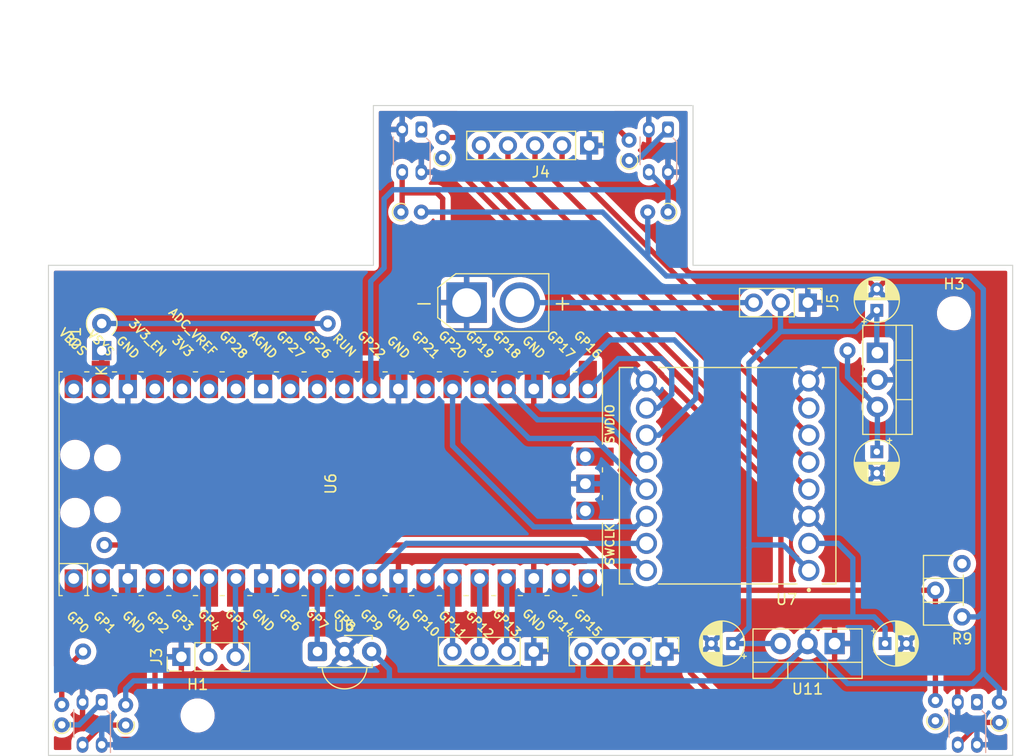
<source format=kicad_pcb>
(kicad_pcb (version 20211014) (generator pcbnew)
  (layers (0 "F.Cu" signal) (31 "B.Cu" signal) (34 "B.Paste" user) (35 "F.Paste" user) (36 "B.SilkS" user "B.Silkscreen") (37 "F.SilkS" user "F.Silkscreen") (38 "B.Mask" user) (39 "F.Mask" user) (44 "Edge.Cuts" user))
  (net 0 "")
  (net 1 "GND")
  (net 2 "Net-(D1-Pad1)")
  (net 3 "Net-(R1-Pad1)")
  (net 4 "Net-(R1-Pad2)")
  (net 5 "+5V")
  (net 6 "Net-(R3-Pad1)")
  (net 7 "+3V3")
  (net 16 "SERIAL MONITOR RX")
  (net 17 "+12V")
  (net 20 "Net-(R5-Pad1)")
  (net 21 "Net-(R7-Pad1)")
  (net 22 "SDA")
  (net 23 "SCL")
  (net 24 "MOTOR 1 +")
  (net 25 "MOTOR 1 -")
  (net 26 "MOTOR 2 -")
  (net 27 "MOTOR 2 +")
  (net 28 "QRE1113 A")
  (net 29 "QRE1113 B")
  (net 30 "QRE1113 C")
  (net 31 "QRE1113 D")
  (net 32 "IR MODULE")
  (net 33 "PWMB")
  (net 34 "BI2")
  (net 35 "BI1")
  (net 36 "STBY")
  (net 37 "AI1")
  (net 38 "AI2")
  (net 39 "PWMA")
  (net 42 "SERIAL MONITOR TX")
  (net 46 "X-SHUT C")
  (net 47 "X-SHUT B")
  (net 48 "X-SHUT A")
  (footprint "Resistor_THT:R_Axial_DIN0204_L3.6mm_D1.6mm_P1.90mm_Vertical" (layer "F.Cu") (at 111.4 45.5 180)
    (fp_text reference "R6" hide)
    (fp_text value "10k")
    (pad "1" thru_hole circle (at 0 0 180) (size 1.4 1.4) (drill 0.7) (layers *.Cu *.Mask) (net 30 "QRE1113 C"))
    (pad "2" thru_hole oval (at 1.9 0 180) (size 1.4 1.4) (drill 0.7) (layers *.Cu *.Mask) (net 7 "+3V3"))
  )
  (footprint "Connector_PinHeader_2.54mm:PinHeader_1x03_P2.54mm_Vertical" (layer "F.Cu") (at 124.525 54 -90)
    (fp_text reference "J5" (at 0 -2.33 90) (layer "F.SilkS"))
    (fp_text value "Conn_01x03_Male" hide)
    (pad "1" thru_hole rect (at 0 0 270) (size 1.7 1.7) (drill 1) (layers *.Cu *.Mask) (net 1 "GND"))
    (pad "2" thru_hole oval (at 0 2.54 270) (size 1.7 1.7) (drill 1) (layers *.Cu *.Mask) (net 17 "+12V"))
    (pad "3" thru_hole oval (at 0 5.08 270) (size 1.7 1.7) (drill 1) (layers *.Cu *.Mask) (net 17 "+12V"))
  )
  (footprint "Connector_AMASS:AMASS_XT30U-M_1x02_P5.0mm_Vertical" (layer "F.Cu") (at 92.5 54)
    (fp_text reference "IC1" hide)
    (fp_text value "XT30U-M")
    (fp_text user "+" (at 9 0) (layer "F.SilkS") (effects (font (size 1.5 1.5))))
    (fp_text user "-" (at -4 0) (layer "F.SilkS") (effects (font (size 1.5 1.5))))
    (pad "1" thru_hole rect (at 0 0) (size 3.8 3.8) (drill 2.7) (layers *.Cu *.Mask) (net 1 "GND"))
    (pad "2" thru_hole circle (at 5 0) (size 3.8 3.8) (drill 2.7) (layers *.Cu *.Mask) (net 17 "+12V"))
  )
  (footprint "Capacitor_THT:CP_Radial_D4.0mm_P2.00mm" (layer "F.Cu") (at 131.777401 86)
    (fp_text reference "C3" hide)
    (fp_text value "10uF")
    (pad "1" thru_hole rect (at 0 0) (size 1.2 1.2) (drill 0.6) (layers *.Cu *.Mask) (net 7 "+3V3"))
    (pad "2" thru_hole circle (at 2 0) (size 1.2 1.2) (drill 0.6) (layers *.Cu *.Mask) (net 1 "GND"))
  )
  (footprint "Capacitor_THT:CP_Radial_D4.0mm_P2.00mm" (layer "F.Cu") (at 131 68 -90)
    (fp_text reference "C2" hide)
    (fp_text value "22uF")
    (pad "1" thru_hole rect (at 0 0 270) (size 1.2 1.2) (drill 0.6) (layers *.Cu *.Mask) (net 5 "+5V"))
    (pad "2" thru_hole circle (at 2 0 270) (size 1.2 1.2) (drill 0.6) (layers *.Cu *.Mask) (net 1 "GND"))
  )
  (footprint "Capacitor_THT:CP_Radial_D4.0mm_P2.00mm" (layer "F.Cu") (at 131 54.7226 90)
    (fp_text reference "C1" hide)
    (fp_text value "0,1uF")
    (pad "1" thru_hole rect (at 0 0 90) (size 1.2 1.2) (drill 0.6) (layers *.Cu *.Mask) (net 17 "+12V"))
    (pad "2" thru_hole circle (at 2 0 90) (size 1.2 1.2) (drill 0.6) (layers *.Cu *.Mask) (net 1 "GND"))
  )
  (footprint "Package_TO_SOT_THT:TO-220-3_Vertical" (layer "F.Cu") (at 131.055 58.71 -90)
    (fp_text reference "U12" hide)
    (fp_text value "LM7805_TO220")
    (pad "1" thru_hole rect (at 0 0 270) (size 1.905 2) (drill 1.1) (layers *.Cu *.Mask) (net 17 "+12V"))
    (pad "2" thru_hole oval (at 2.54 0 270) (size 1.905 2) (drill 1.1) (layers *.Cu *.Mask) (net 1 "GND"))
    (pad "3" thru_hole oval (at 5.08 0 270) (size 1.905 2) (drill 1.1) (layers *.Cu *.Mask) (net 5 "+5V"))
  )
  (footprint "Resistor_THT:R_Axial_DIN0204_L3.6mm_D1.6mm_P1.90mm_Vertical" (layer "F.Cu") (at 86.345 45.5)
    (fp_text reference "R8" hide)
    (fp_text value "10k")
    (pad "1" thru_hole circle (at 0 0) (size 1.4 1.4) (drill 0.7) (layers *.Cu *.Mask) (net 31 "QRE1113 D"))
    (pad "2" thru_hole oval (at 1.9 0) (size 1.4 1.4) (drill 0.7) (layers *.Cu *.Mask) (net 7 "+3V3"))
  )
  (footprint "Connector_PinHeader_2.54mm:PinHeader_1x04_P2.54mm_Vertical" (layer "F.Cu") (at 98.8 86.75 -90)
    (fp_text reference "J1" hide)
    (fp_text value "Conn_01x04_Male" hide)
    (pad "1" thru_hole rect (at 0 0 270) (size 1.7 1.7) (drill 1) (layers *.Cu *.Mask) (net 1 "GND"))
    (pad "2" thru_hole oval (at 0 2.54 270) (size 1.7 1.7) (drill 1) (layers *.Cu *.Mask) (net 48 "X-SHUT A"))
    (pad "3" thru_hole oval (at 0 5.08 270) (size 1.7 1.7) (drill 1) (layers *.Cu *.Mask) (net 47 "X-SHUT B"))
    (pad "4" thru_hole oval (at 0 7.62 270) (size 1.7 1.7) (drill 1) (layers *.Cu *.Mask) (net 46 "X-SHUT C"))
  )
  (footprint "Resistor_THT:R_Axial_DIN0204_L3.6mm_D1.6mm_P1.90mm_Vertical" (layer "F.Cu") (at 90.25 40.405 90)
    (fp_text reference "R7" hide)
    (fp_text value "100")
    (pad "1" thru_hole circle (at 0 0 90) (size 1.4 1.4) (drill 0.7) (layers *.Cu *.Mask) (net 21 "Net-(R7-Pad1)"))
    (pad "2" thru_hole oval (at 1.9 0 90) (size 1.4 1.4) (drill 0.7) (layers *.Cu *.Mask) (net 4 "Net-(R1-Pad2)"))
  )
  (footprint "Resistor_THT:R_Axial_DIN0204_L3.6mm_D1.6mm_P1.90mm_Vertical" (layer "F.Cu") (at 136.5 93.25 90)
    (fp_text reference "R3" hide)
    (fp_text value "100")
    (pad "1" thru_hole circle (at 0 0 90) (size 1.4 1.4) (drill 0.7) (layers *.Cu *.Mask) (net 6 "Net-(R3-Pad1)"))
    (pad "2" thru_hole oval (at 1.9 0 90) (size 1.4 1.4) (drill 0.7) (layers *.Cu *.Mask) (net 4 "Net-(R1-Pad2)"))
  )
  (footprint "Diode_THT:D_A-405_P2.54mm_Vertical_KathodeUp" (layer "F.Cu") (at 58.25 58.5 90)
    (fp_text reference "D1" (at 1.27 -2.47 90) (layer "F.SilkS"))
    (fp_text value "D_Schottky" hide)
    (fp_text user "K" (at -1.9 0 90) (layer "F.SilkS"))
    (pad "1" thru_hole rect (at 0 0 90) (size 1.8 1.8) (drill 0.9) (layers *.Cu *.Mask) (net 2 "Net-(D1-Pad1)"))
    (pad "2" thru_hole oval (at 2.54 0 90) (size 1.8 1.8) (drill 0.9) (layers *.Cu *.Mask) (net 5 "+5V"))
  )
  (footprint "Resistor_THT:R_Axial_DIN0204_L3.6mm_D1.6mm_P1.90mm_Vertical" (layer "F.Cu") (at 54.5 93.63 90)
    (fp_text reference "R1" hide)
    (fp_text value "100")
    (pad "1" thru_hole circle (at 0 0 90) (size 1.4 1.4) (drill 0.7) (layers *.Cu *.Mask) (net 3 "Net-(R1-Pad1)"))
    (pad "2" thru_hole oval (at 1.9 0 90) (size 1.4 1.4) (drill 0.7) (layers *.Cu *.Mask) (net 4 "Net-(R1-Pad2)"))
  )
  (footprint "Capacitor_THT:CP_Radial_D4.0mm_P2.00mm" (layer "F.Cu") (at 117.4726 86 180)
    (fp_text reference "C4" hide)
    (fp_text value "10uF")
    (pad "1" thru_hole rect (at 0 0 180) (size 1.2 1.2) (drill 0.6) (layers *.Cu *.Mask) (net 17 "+12V"))
    (pad "2" thru_hole circle (at 2 0 180) (size 1.2 1.2) (drill 0.6) (layers *.Cu *.Mask) (net 1 "GND"))
  )
  (footprint "Connector_PinHeader_2.54mm:PinHeader_1x05_P2.54mm_Vertical" (layer "F.Cu") (at 104 39.25 -90)
    (fp_text reference "J4" (at 2.5 4.54 180) (layer "F.SilkS"))
    (fp_text value "Conn_01x05_Male")
    (pad "1" thru_hole rect (at 0 0 270) (size 1.7 1.7) (drill 1) (layers *.Cu *.Mask) (net 1 "GND"))
    (pad "2" thru_hole oval (at 0 2.54 270) (size 1.7 1.7) (drill 1) (layers *.Cu *.Mask) (net 26 "MOTOR 2 -"))
    (pad "3" thru_hole oval (at 0 5.08 270) (size 1.7 1.7) (drill 1) (layers *.Cu *.Mask) (net 27 "MOTOR 2 +"))
    (pad "4" thru_hole oval (at 0 7.62 270) (size 1.7 1.7) (drill 1) (layers *.Cu *.Mask) (net 25 "MOTOR 1 -"))
    (pad "5" thru_hole oval (at 0 10.16 270) (size 1.7 1.7) (drill 1) (layers *.Cu *.Mask) (net 24 "MOTOR 1 +"))
  )
  (footprint "Connector_PinHeader_2.54mm:PinHeader_1x04_P2.54mm_Vertical" (layer "F.Cu") (at 111.08 86.75 -90)
    (fp_text reference "J2" hide)
    (fp_text value "Conn_01x04_Male" hide)
    (pad "1" thru_hole rect (at 0 0 270) (size 1.7 1.7) (drill 1) (layers *.Cu *.Mask) (net 1 "GND"))
    (pad "2" thru_hole oval (at 0 2.54 270) (size 1.7 1.7) (drill 1) (layers *.Cu *.Mask) (net 7 "+3V3"))
    (pad "3" thru_hole oval (at 0 5.08 270) (size 1.7 1.7) (drill 1) (layers *.Cu *.Mask) (net 7 "+3V3"))
    (pad "4" thru_hole oval (at 0 7.62 270) (size 1.7 1.7) (drill 1) (layers *.Cu *.Mask) (net 7 "+3V3"))
  )
  (footprint "Resistor_THT:R_Axial_DIN0204_L3.6mm_D1.6mm_P1.90mm_Vertical" (layer "F.Cu") (at 142.5 93.405 90)
    (fp_text reference "R4" hide)
    (fp_text value "10k")
    (pad "1" thru_hole circle locked (at 0 0 90) (size 1.4 1.4) (drill 0.7) (layers *.Cu *.Mask) (net 29 "QRE1113 B"))
    (pad "2" thru_hole oval locked (at 1.9 0 90) (size 1.4 1.4) (drill 0.7) (layers *.Cu *.Mask) (net 7 "+3V3"))
  )
  (footprint "MCU_Raspberry:RPi_Pico_SMD_TH" (layer "F.Cu") (at 79.75 71 90)
    (fp_text reference "U6" (at 0 0 90) (layer "F.SilkS"))
    (fp_text value "Pico")
    (fp_text user "GP22" (at 13.054 3.81 135) (layer "F.SilkS") (effects (font (size 0.8 0.8))))
    (fp_text user "GP10" (at -13.054 8.89 135) (layer "F.SilkS") (effects (font (size 0.8 0.8))))
    (fp_text user "3V3_EN" (at 13.7 -17.2 135) (layer "F.SilkS") (effects (font (size 0.8 0.8))))
    (fp_text user "GP12" (at -13.2 13.97 135) (layer "F.SilkS") (effects (font (size 0.8 0.8))))
    (fp_text user "GP26" (at 13.054 -1.27 135) (layer "F.SilkS") (effects (font (size 0.8 0.8))))
    (fp_text user "GND" (at 12.8 6.35 135) (layer "F.SilkS") (effects (font (size 0.8 0.8))))
    (fp_text user "AGND" (at 13.054 -6.35 135) (layer "F.SilkS") (effects (font (size 0.8 0.8))))
    (fp_text user "GND" (at -12.8 -6.35 135) (layer "F.SilkS") (effects (font (size 0.8 0.8))))
    (fp_text user "GND" (at -13 -18.5 135) (layer "F.SilkS") (effects (font (size 0.8 0.8))))
    (fp_text user "GP20" (at 13.054 11.43 135) (layer "F.SilkS") (effects (font (size 0.8 0.8))))
    (fp_text user "RUN" (at 13 1.27 135) (layer "F.SilkS") (effects (font (size 0.8 0.8))))
    (fp_text user "ADC_VREF" (at 14.25 -12.95 135) (layer "F.SilkS") (effects (font (size 0.8 0.8))))
    (fp_text user "VSYS" (at 13.2 -21.59 135) (layer "F.SilkS") (effects (font (size 0.8 0.8))))
    (fp_text user "GP4" (at -12.8 -11.43 135) (layer "F.SilkS") (effects (font (size 0.8 0.8))))
    (fp_text user "GP19" (at 13.054 13.97 135) (layer "F.SilkS") (effects (font (size 0.8 0.8))))
    (fp_text user "SWDIO" (at 5.6 26.2 90) (layer "F.SilkS") (effects (font (size 0.8 0.8))))
    (fp_text user "GND" (at -12.8 6.35 135) (layer "F.SilkS") (effects (font (size 0.8 0.8))))
    (fp_text user "GP0" (at -13 -23.75 135) (layer "F.SilkS") (effects (font (size 0.8 0.8))))
    (fp_text user "GP27" (at 13.054 -3.8 135) (layer "F.SilkS") (effects (font (size 0.8 0.8))))
    (fp_text user "GP8" (at -12.8 1.27 135) (layer "F.SilkS") (effects (font (size 0.8 0.8))))
    (fp_text user "GP5" (at -12.8 -8.89 135) (layer "F.SilkS") (effects (font (size 0.8 0.8))))
    (fp_text user "VBUS" (at 13.3 -24.2 135) (layer "F.SilkS") (effects (font (size 0.8 0.8))))
    (fp_text user "SWCLK" (at -5.7 26.2 90) (layer "F.SilkS") (effects (font (size 0.8 0.8))))
    (fp_text user "GP7" (at -12.7 -1.3 135) (layer "F.SilkS") (effects (font (size 0.8 0.8))))
    (fp_text user "GP1" (at -13 -21.25 135) (layer "F.SilkS") (effects (font (size 0.8 0.8))))
    (fp_text user "GP9" (at -12.8 3.81 135) (layer "F.SilkS") (effects (font (size 0.8 0.8))))
    (fp_text user "GP17" (at 13.054 21.59 135) (layer "F.SilkS") (effects (font (size 0.8 0.8))))
    (fp_text user "GP28" (at 13.054 -9.144 135) (layer "F.SilkS") (effects (font (size 0.8 0.8))))
    (fp_text user "GND" (at 12.8 19.05 135) (layer "F.SilkS") (effects (font (size 0.8 0.8))))
    (fp_text user "GND" (at -12.8 19.05 135) (layer "F.SilkS") (effects (font (size 0.8 0.8))))
    (fp_text user "GP6" (at -12.8 -3.81 135) (layer "F.SilkS") (effects (font (size 0.8 0.8))))
    (fp_text user "GP13" (at -13.054 16.51 135) (layer "F.SilkS") (effects (font (size 0.8 0.8))))
    (fp_text user "GP14" (at -13.1 21.59 135) (layer "F.SilkS") (effects (font (size 0.8 0.8))))
    (fp_text user "GP2" (at -13 -16.25 135) (layer "F.SilkS") (effects (font (size 0.8 0.8))))
    (fp_text user "GP3" (at -12.8 -13.97 135) (layer "F.SilkS") (effects (font (size 0.8 0.8))))
    (fp_text user "GND" (at 12.8 -19.05 135) (layer "F.SilkS") (effects (font (size 0.8 0.8))))
    (fp_text user "3V3" (at 12.9 -13.9 135) (layer "F.SilkS") (effects (font (size 0.8 0.8))))
    (fp_text user "GP15" (at -13.054 24.13 135) (layer "F.SilkS") (effects (font (size 0.8 0.8))))
    (fp_text user "GP11" (at -13.2 11.43 135) (layer "F.SilkS") (effects (font (size 0.8 0.8))))
    (fp_text user "GP18" (at 13.054 16.51 135) (layer "F.SilkS") (effects (font (size 0.8 0.8))))
    (fp_text user "GP21" (at 13.054 8.9 135) (layer "F.SilkS") (effects (font (size 0.8 0.8))))
    (fp_text user "GP16" (at 13.054 24.13 135) (layer "F.SilkS") (effects (font (size 0.8 0.8))))
    (pad "" np_thru_hole oval (at -2.725 -24 90) (size 1.8 1.8) (drill 1.8) (layers *.Cu *.Mask))
    (pad "" np_thru_hole oval (at -2.425 -20.97 90) (size 1.5 1.5) (drill 1.5) (layers *.Cu *.Mask))
    (pad "" np_thru_hole oval (at 2.425 -20.97 90) (size 1.5 1.5) (drill 1.5) (layers *.Cu *.Mask))
    (pad "" np_thru_hole oval (at 2.725 -24 90) (size 1.8 1.8) (drill 1.8) (layers *.Cu *.Mask))
    (pad "1" smd rect (at -8.89 -24.13 90) (size 3.5 1.7) (drill (offset -0.9 0)) (layers "F.Cu" "F.Mask") (net 16 "SERIAL MONITOR RX"))
    (pad "1" thru_hole oval (at -8.89 -24.13 90) (size 1.7 1.7) (drill 1.02) (layers *.Cu *.Mask) (net 16 "SERIAL MONITOR RX"))
    (pad "2" thru_hole oval (at -8.89 -21.59 90) (size 1.7 1.7) (drill 1.02) (layers *.Cu *.Mask) (net 42 "SERIAL MONITOR TX"))
    (pad "2" smd rect (at -8.89 -21.59 90) (size 3.5 1.7) (drill (offset -0.9 0)) (layers "F.Cu" "F.Mask") (net 42 "SERIAL MONITOR TX"))
    (pad "3" smd rect (at -8.89 -19.05 90) (size 3.5 1.7) (drill (offset -0.9 0)) (layers "F.Cu" "F.Mask") (net 1 "GND"))
    (pad "3" thru_hole rect (at -8.89 -19.05 90) (size 1.7 1.7) (drill 1.02) (layers *.Cu *.Mask) (net 1 "GND"))
    (pad "4" smd rect (at -8.89 -16.51 90) (size 3.5 1.7) (drill (offset -0.9 0)) (layers "F.Cu" "F.Mask") (net 28 "QRE1113 A"))
    (pad "4" thru_hole oval (at -8.89 -16.51 90) (size 1.7 1.7) (drill 1.02) (layers *.Cu *.Mask) (net 28 "QRE1113 A"))
    (pad "5" smd rect (at -8.89 -13.97 90) (size 3.5 1.7) (drill (offset -0.9 0)) (layers "F.Cu" "F.Mask"))
    (pad "5" thru_hole oval (at -8.89 -13.97 90) (size 1.7 1.7) (drill 1.02) (layers *.Cu *.Mask))
    (pad "6" thru_hole oval (at -8.89 -11.43 90) (size 1.7 1.7) (drill 1.02) (layers *.Cu *.Mask) (net 22 "SDA"))
    (pad "6" smd rect (at -8.89 -11.43 90) (size 3.5 1.7) (drill (offset -0.9 0)) (layers "F.Cu" "F.Mask") (net 22 "SDA"))
    (pad "7" smd rect (at -8.89 -8.89 90) (size 3.5 1.7) (drill (offset -0.9 0)) (layers "F.Cu" "F.Mask") (net 23 "SCL"))
    (pad "7" thru_hole oval (at -8.89 -8.89 90) (size 1.7 1.7) (drill 1.02) (layers *.Cu *.Mask) (net 23 "SCL"))
    (pad "8" smd rect (at -8.89 -6.35 90) (size 3.5 1.7) (drill (offset -0.9 0)) (layers "F.Cu" "F.Mask") (net 1 "GND"))
    (pad "8" thru_hole rect (at -8.89 -6.35 90) (size 1.7 1.7) (drill 1.02) (layers *.Cu *.Mask) (net 1 "GND"))
    (pad "9" thru_hole oval (at -8.89 -3.81 90) (size 1.7 1.7) (drill 1.02) (layers *.Cu *.Mask))
    (pad "9" smd rect (at -8.89 -3.81 90) (size 3.5 1.7) (drill (offset -0.9 0)) (layers "F.Cu" "F.Mask"))
    (pad "10" thru_hole oval (at -8.89 -1.27 90) (size 1.7 1.7) (drill 1.02) (layers *.Cu *.Mask) (net 32 "IR MODULE"))
    (pad "10" smd rect (at -8.89 -1.27 90) (size 3.5 1.7) (drill (offset -0.9 0)) (layers "F.Cu" "F.Mask") (net 32 "IR MODULE"))
    (pad "11" smd rect (at -8.89 1.27 90) (size 3.5 1.7) (drill (offset -0.9 0)) (layers "F.Cu" "F.Mask"))
    (pad "11" thru_hole oval (at -8.89 1.27 90) (size 1.7 1.7) (drill 1.02) (layers *.Cu *.Mask))
    (pad "12" thru_hole oval (at -8.89 3.81 90) (size 1.7 1.7) (drill 1.02) (layers *.Cu *.Mask) (net 38 "AI2"))
    (pad "12" smd rect (at -8.89 3.81 90) (size 3.5 1.7) (drill (offset -0.9 0)) (layers "F.Cu" "F.Mask") (net 38 "AI2"))
    (pad "13" thru_hole rect (at -8.89 6.35 90) (size 1.7 1.7) (drill 1.02) (layers *.Cu *.Mask) (net 1 "GND"))
    (pad "13" smd rect (at -8.89 6.35 90) (size 3.5 1.7) (drill (offset -0.9 0)) (layers "F.Cu" "F.Mask") (net 1 "GND"))
    (pad "14" smd rect (at -8.89 8.89 90) (size 3.5 1.7) (drill (offset -0.9 0)) (layers "F.Cu" "F.Mask") (net 39 "PWMA"))
    (pad "14" thru_hole oval (at -8.89 8.89 90) (size 1.7 1.7) (drill 1.02) (layers *.Cu *.Mask) (net 39 "PWMA"))
    (pad "15" smd rect (at -8.89 11.43 90) (size 3.5 1.7) (drill (offset -0.9 0)) (layers "F.Cu" "F.Mask") (net 46 "X-SHUT C"))
    (pad "15" thru_hole oval (at -8.89 11.43 90) (size 1.7 1.7) (drill 1.02) (layers *.Cu *.Mask) (net 46 "X-SHUT C"))
    (pad "16" smd rect (at -8.89 13.97 90) (size 3.5 1.7) (drill (offset -0.9 0)) (layers "F.Cu" "F.Mask") (net 47 "X-SHUT B"))
    (pad "16" thru_hole oval (at -8.89 13.97 90) (size 1.7 1.7) (drill 1.02) (layers *.Cu *.Mask) (net 47 "X-SHUT B"))
    (pad "17" thru_hole oval (at -8.89 16.51 90) (size 1.7 1.7) (drill 1.02) (layers *.Cu *.Mask) (net 48 "X-SHUT A"))
    (pad "17" smd rect (at -8.89 16.51 90) (size 3.5 1.7) (drill (offset -0.9 0)) (layers "F.Cu" "F.Mask") (net 48 "X-SHUT A"))
    (pad "18" thru_hole rect (at -8.89 19.05 90) (size 1.7 1.7) (drill 1.02) (layers *.Cu *.Mask) (net 1 "GND"))
    (pad "18" smd rect (at -8.89 19.05 90) (size 3.5 1.7) (drill (offset -0.9 0)) (layers "F.Cu" "F.Mask") (net 1 "GND"))
    (pad "19" thru_hole oval (at -8.89 21.59 90) (size 1.7 1.7) (drill 1.02) (layers *.Cu *.Mask))
    (pad "19" smd rect (at -8.89 21.59 90) (size 3.5 1.7) (drill (offset -0.9 0)) (layers "F.Cu" "F.Mask"))
    (pad "20" thru_hole oval (at -8.89 24.13 90) (size 1.7 1.7) (drill 1.02) (layers *.Cu *.Mask) (net 29 "QRE1113 B"))
    (pad "20" smd rect (at -8.89 24.13 90) (size 3.5 1.7) (drill (offset -0.9 0)) (layers "F.Cu" "F.Mask") (net 29 "QRE1113 B"))
    (pad "21" thru_hole oval (at 8.89 24.13 90) (size 1.7 1.7) (drill 1.02) (layers *.Cu *.Mask) (net 33 "PWMB"))
    (pad "21" smd rect (at 8.89 24.13 90) (size 3.5 1.7) (drill (offset 0.9 0)) (layers "F.Cu" "F.Mask") (net 33 "PWMB"))
    (pad "22" smd rect (at 8.89 21.59 90) (size 3.5 1.7) (drill (offset 0.9 0)) (layers "F.Cu" "F.Mask") (net 34 "BI2"))
    (pad "22" thru_hole oval (at 8.89 21.59 90) (size 1.7 1.7) (drill 1.02) (layers *.Cu *.Mask) (net 34 "BI2"))
    (pad "23" thru_hole rect (at 8.89 19.05 90) (size 1.7 1.7) (drill 1.02) (layers *.Cu *.Mask) (net 1 "GND"))
    (pad "23" smd rect (at 8.89 19.05 90) (size 3.5 1.7) (drill (offset 0.9 0)) (layers "F.Cu" "F.Mask") (net 1 "GND"))
    (pad "24" thru_hole oval (at 8.89 16.51 90) (size 1.7 1.7) (drill 1.02) (layers *.Cu *.Mask) (net 35 "BI1"))
    (pad "24" smd rect (at 8.89 16.51 90) (size 3.5 1.7) (drill (offset 0.9 0)) (layers "F.Cu" "F.Mask") (net 35 "BI1"))
    (pad "25" thru_hole oval (at 8.89 13.97 90) (size 1.7 1.7) (drill 1.02) (layers *.Cu *.Mask) (net 36 "STBY"))
    (pad "25" smd rect (at 8.89 13.97 90) (size 3.5 1.7) (drill (offset 0.9 0)) (layers "F.Cu" "F.Mask") (net 36 "STBY"))
    (pad "26" thru_hole oval (at 8.89 11.43 90) (size 1.7 1.7) (drill 1.02) (layers *.Cu *.Mask) (net 37 "AI1"))
    (pad "26" smd rect (at 8.89 11.43 90) (size 3.5 1.7) (drill (offset 0.9 0)) (layers "F.Cu" "F.Mask") (net 37 "AI1"))
    (pad "27" thru_hole oval (at 8.89 8.89 90) (size 1.7 1.7) (drill 1.02) (layers *.Cu *.Mask) (net 31 "QRE1113 D"))
    (pad "27" smd rect (at 8.89 8.89 90) (size 3.5 1.7) (drill (offset 0.9 0)) (layers "F.Cu" "F.Mask") (net 31 "QRE1113 D"))
    (pad "28" thru_hole rect (at 8.89 6.35 90) (size 1.7 1.7) (drill 1.02) (layers *.Cu *.Mask) (net 1 "GND"))
    (pad "28" smd rect (at 8.89 6.35 90) (size 3.5 1.7) (drill (offset 0.9 0)) (layers "F.Cu" "F.Mask") (net 1 "GND"))
    (pad "29" smd rect (at 8.89 3.81 90) (size 3.5 1.7) (drill (offset 0.9 0)) (layers "F.Cu" "F.Mask") (net 30 "QRE1113 C"))
    (pad "29" thru_hole oval (at 8.89 3.81 90) (size 1.7 1.7) (drill 1.02) (layers *.Cu *.Mask) (net 30 "QRE1113 C"))
    (pad "30" thru_hole oval (at 8.89 1.27 90) (size 1.7 1.7) (drill 1.02) (layers *.Cu *.Mask))
    (pad "30" smd rect (at 8.89 1.27 90) (size 3.5 1.7) (drill (offset 0.9 0)) (layers "F.Cu" "F.Mask"))
    (pad "31" smd rect (at 8.89 -1.27 90) (size 3.5 1.7) (drill (offset 0.9 0)) (layers "F.Cu" "F.Mask"))
    (pad "31" thru_hole oval (at 8.89 -1.27 90) (size 1.7 1.7) (drill 1.02) (layers *.Cu *.Mask))
    (pad "32" thru_hole oval (at 8.89 -3.81 90) (size 1.7 1.7) (drill 1.02) (layers *.Cu *.Mask))
    (pad "32" smd rect (at 8.89 -3.81 90) (size 3.5 1.7) (drill (offset 0.9 0)) (layers "F.Cu" "F.Mask"))
    (pad "33" smd rect (at 8.89 -6.35 90) (size 3.5 1.7) (drill (offset 0.9 0)) (layers "F.Cu" "F.Mask"))
    (pad "33" thru_hole rect (at 8.89 -6.35 90) (size 1.7 1.7) (drill 1.02) (layers *.Cu *.Mask))
    (pad "34" thru_hole oval (at 8.89 -8.89 90) (size 1.7 1.7) (drill 1.02) (layers *.Cu *.Mask))
    (pad "34" smd rect (at 8.89 -8.89 90) (size 3.5 1.7) (drill (offset 0.9 0)) (layers "F.Cu" "F.Mask"))
    (pad "35" smd rect (at 8.89 -11.43 90) (size 3.5 1.7) (drill (offset 0.9 0)) (layers "F.Cu" "F.Mask"))
    (pad "35" thru_hole oval (at 8.89 -11.43 90) (size 1.7 1.7) (drill 1.02) (layers *.Cu *.Mask))
    (pad "36" thru_hole oval (at 8.89 -13.97 90) (size 1.7 1.7) (drill 1.02) (layers *.Cu *.Mask))
    (pad "36" smd rect (at 8.89 -13.97 90) (size 3.5 1.7) (drill (offset 0.9 0)) (layers "F.Cu" "F.Mask"))
    (pad "37" thru_hole oval (at 8.89 -16.51 90) (size 1.7 1.7) (drill 1.02) (layers *.Cu *.Mask))
    (pad "37" smd rect (at 8.89 -16.51 90) (size 3.5 1.7) (drill (offset 0.9 0)) (layers "F.Cu" "F.Mask"))
    (pad "38" smd rect (at 8.89 -19.05 90) (size 3.5 1.7) (drill (offset 0.9 0)) (layers "F.Cu" "F.Mask") (net 1 "GND"))
    (pad "38" thru_hole rect (at 8.89 -19.05 90) (size 1.7 1.7) (drill 1.02) (layers *.Cu *.Mask) (net 1 "GND"))
    (pad "39" thru_hole oval (at 8.89 -21.59 90) (size 1.7 1.7) (drill 1.02) (layers *.Cu *.Mask) (net 2 "Net-(D1-Pad1)"))
    (pad "39" smd rect (at 8.89 -21.59 90) (size 3.5 1.7) (drill (offset 0.9 0)) (layers "F.Cu" "F.Mask") (net 2 "Net-(D1-Pad1)"))
    (pad "40" smd rect (at 8.89 -24.13 90) (size 3.5 1.7) (drill (offset 0.9 0)) (layers "F.Cu" "F.Mask"))
    (pad "40" thru_hole oval (at 8.89 -24.13 90) (size 1.7 1.7) (drill 1.02) (layers *.Cu *.Mask))
    (pad "41" smd rect (at -2.54 23.9 180) (size 3.5 1.7) (drill (offset -0.9 0)) (layers "F.Cu" "F.Mask"))
    (pad "41" thru_hole oval (at -2.54 23.9 90) (size 1.7 1.7) (drill 1.02) (layers *.Cu *.Mask))
    (pad "42" smd rect (at 0 23.9 180) (size 3.5 1.7) (drill (offset -0.9 0)) (layers "F.Cu" "F.Mask") (net 1 "GND"))
    (pad "42" thru_hole rect (at 0 23.9 90) (size 1.7 1.7) (drill 1.02) (layers *.Cu *.Mask) (net 1 "GND"))
    (pad "43" smd rect (at 2.54 23.9 180) (size 3.5 1.7) (drill (offset -0.9 0)) (layers "F.Cu" "F.Mask"))
    (pad "43" thru_hole oval (at 2.54 23.9 90) (size 1.7 1.7) (drill 1.02) (layers *.Cu *.Mask))
  )
  (footprint "OptoDevice:Vishay_MINICAST-3Pin" (layer "F.Cu") (at 78.5 86.75)
    (fp_text reference "U5" (at 2.5 -2.4) (layer "F.SilkS"))
    (fp_text value "TSOP382xx")
    (pad "1" thru_hole roundrect (at 0 0) (size 1.8 1.8) (drill 0.9) (layers *.Cu *.Mask) (roundrect_rratio 0.139) (net 32 "IR MODULE"))
    (pad "2" thru_hole circle (at 2.54 0) (size 1.8 1.8) (drill 0.9) (layers *.Cu *.Mask) (net 1 "GND"))
    (pad "3" thru_hole circle (at 5.08 0) (size 1.8 1.8) (drill 0.9) (layers *.Cu *.Mask) (net 7 "+3V3"))
  )
  (footprint "Resistor_THT:R_Axial_DIN0204_L3.6mm_D1.6mm_P1.90mm_Vertical" (layer "F.Cu") (at 60.5 93.655 90)
    (fp_text reference "R2" hide)
    (fp_text value "10k")
    (pad "1" thru_hole circle (at 0 0 90) (size 1.4 1.4) (drill 0.7) (layers *.Cu *.Mask) (net 28 "QRE1113 A"))
    (pad "2" thru_hole oval (at 1.9 0 90) (size 1.4 1.4) (drill 0.7) (layers *.Cu *.Mask) (net 7 "+3V3"))
  )
  (footprint "Connector_PinHeader_2.54mm:PinHeader_1x03_P2.54mm_Vertical" (layer "F.Cu") (at 65.725 87.25 90)
    (fp_text reference "J3" (at 0 -2.33 90) (layer "F.SilkS"))
    (fp_text value "Conn_01x03_Male")
    (pad "1" thru_hole rect (at 0 0 90) (size 1.7 1.7) (drill 1) (layers *.Cu *.Mask) (net 1 "GND"))
    (pad "2" thru_hole oval (at 0 2.54 90) (size 1.7 1.7) (drill 1) (layers *.Cu *.Mask) (net 22 "SDA"))
    (pad "3" thru_hole oval (at 0 5.08 90) (size 1.7 1.7) (drill 1) (layers *.Cu *.Mask) (net 23 "SCL"))
  )
  (footprint "Resistor_THT:R_Axial_DIN0204_L3.6mm_D1.6mm_P1.90mm_Vertical" (layer "F.Cu") (at 107.75 40.655 90)
    (fp_text reference "R5" hide)
    (fp_text value "100")
    (pad "1" thru_hole circle (at 0 0 90) (size 1.4 1.4) (drill 0.7) (layers *.Cu *.Mask) (net 20 "Net-(R5-Pad1)"))
    (pad "2" thru_hole oval (at 1.9 0 90) (size 1.4 1.4) (drill 0.7) (layers *.Cu *.Mask) (net 4 "Net-(R1-Pad2)"))
  )
  (footprint "ROB-14450:MODULE_ROB-14450" (layer "F.Cu") (at 117 70.25 180)
    (fp_text reference "U7" (at -5.5332 -11.6132) (layer "F.SilkS"))
    (fp_text value "ROB-14450")
    (pad "1" thru_hole circle locked (at -7.62 -8.89 180) (size 1.98 1.98) (drill 1.32) (layers *.Cu *.Mask) (net 17 "+12V"))
    (pad "2" thru_hole circle locked (at -7.62 -6.35 180) (size 1.98 1.98) (drill 1.32) (layers *.Cu *.Mask) (net 7 "+3V3"))
    (pad "3" thru_hole circle locked (at -7.62 -3.81 180) (size 1.98 1.98) (drill 1.32) (layers *.Cu *.Mask) (net 1 "GND"))
    (pad "4" thru_hole circle locked (at -7.62 -1.27 180) (size 1.98 1.98) (drill 1.32) (layers *.Cu *.Mask) (net 24 "MOTOR 1 +"))
    (pad "5" thru_hole circle locked (at -7.62 1.27 180) (size 1.98 1.98) (drill 1.32) (layers *.Cu *.Mask) (net 25 "MOTOR 1 -"))
    (pad "6" thru_hole circle locked (at -7.62 3.81 180) (size 1.98 1.98) (drill 1.32) (layers *.Cu *.Mask) (net 27 "MOTOR 2 +"))
    (pad "7" thru_hole circle locked (at -7.62 6.35 180) (size 1.98 1.98) (drill 1.32) (layers *.Cu *.Mask) (net 26 "MOTOR 2 -"))
    (pad "8" thru_hole circle locked (at -7.62 8.89 180) (size 1.98 1.98) (drill 1.32) (layers *.Cu *.Mask) (net 1 "GND"))
    (pad "9" thru_hole circle locked (at 7.62 8.89 180) (size 1.98 1.98) (drill 1.32) (layers *.Cu *.Mask) (net 1 "GND"))
    (pad "10" thru_hole circle locked (at 7.62 6.35 180) (size 1.98 1.98) (drill 1.32) (layers *.Cu *.Mask) (net 33 "PWMB"))
    (pad "11" thru_hole circle locked (at 7.62 3.81 180) (size 1.98 1.98) (drill 1.32) (layers *.Cu *.Mask) (net 34 "BI2"))
    (pad "12" thru_hole circle locked (at 7.62 1.27 180) (size 1.98 1.98) (drill 1.32) (layers *.Cu *.Mask) (net 35 "BI1"))
    (pad "13" thru_hole circle locked (at 7.62 -1.27 180) (size 1.98 1.98) (drill 1.32) (layers *.Cu *.Mask) (net 36 "STBY"))
    (pad "14" thru_hole circle locked (at 7.62 -3.81 180) (size 1.98 1.98) (drill 1.32) (layers *.Cu *.Mask) (net 37 "AI1"))
    (pad "15" thru_hole circle locked (at 7.62 -6.35 180) (size 1.98 1.98) (drill 1.32) (layers *.Cu *.Mask) (net 38 "AI2"))
    (pad "16" thru_hole circle locked (at 7.62 -8.89 180) (size 1.98 1.98) (drill 1.32) (layers *.Cu *.Mask) (net 39 "PWMA"))
  )
  (footprint "MountingHole:MountingHole_2.2mm_M2_ISO7380" (layer "F.Cu") (at 138.25 55)
    (fp_text reference "H3" (at 0 -2.75) (layer "F.SilkS"))
    (fp_text value "MountingHole M2")
    (pad "" np_thru_hole circle (at 0 0) (size 2.2 2.2) (drill 2.2) (layers *.Cu *.Mask))
  )
  (footprint "MountingHole:MountingHole_2.2mm_M2_ISO14580" (layer "F.Cu") (at 67.25 92.75)
    (fp_text reference "H1" (at 0 -2.9) (layer "F.SilkS"))
    (fp_text value "MountingHole M2")
    (pad "" np_thru_hole circle (at 0 0) (size 2.2 2.2) (drill 2.2) (layers *.Cu *.Mask))
  )
  (footprint "Package_TO_SOT_THT:TO-220-3_Vertical" (layer "F.Cu") (at 127.04 86 180)
    (fp_text reference "U11" (at 2.54 -4.27) (layer "F.SilkS"))
    (fp_text value "LD1086V33-DG")
    (pad "1" thru_hole rect (at 0 0 180) (size 1.905 2) (drill 1.1) (layers *.Cu *.Mask) (net 1 "GND"))
    (pad "2" thru_hole oval (at 2.54 0 180) (size 1.905 2) (drill 1.1) (layers *.Cu *.Mask) (net 7 "+3V3"))
    (pad "3" thru_hole oval (at 5.08 0 180) (size 1.905 2) (drill 1.1) (layers *.Cu *.Mask) (net 17 "+12V"))
  )
  (footprint "Potentiometer_THT:Potentiometer_ACP_CA6-H2,5_Horizontal" (layer "F.Cu") (at 139 83.5 180)
    (fp_text reference "R9" (at 0 -2.06) (layer "F.SilkS"))
    (fp_text value "R_Trim")
    (pad "1" thru_hole circle (at 0 0 180) (size 1.62 1.62) (drill 0.9) (layers *.Cu *.Mask) (net 7 "+3V3"))
    (pad "2" thru_hole circle (at 2.5 2.5 180) (size 1.62 1.62) (drill 0.9) (layers *.Cu *.Mask) (net 4 "Net-(R1-Pad2)"))
    (pad "3" thru_hole circle (at 0 5 180) (size 1.62 1.62) (drill 0.9) (layers *.Cu *.Mask))
  )
  (footprint "OptoDevice:OnSemi_CASE100AQ" (layer "B.Cu") (at 88.25 37.75 180)
    (fp_text reference "U4" hide)
    (fp_text value "QRE1113" hide)
    (pad "1" thru_hole roundrect (at 0 0 180) (size 1.1 1.5) (drill 0.7) (layers *.Cu *.Mask) (net 21 "Net-(R7-Pad1)"))
    (pad "2" thru_hole oval (at 0 -4 180) (size 1.1 1.5) (drill 0.7) (layers *.Cu *.Mask) (net 1 "GND"))
    (pad "3" thru_hole oval (at 1.8 -4 180) (size 1.1 1.5) (drill 0.7) (layers *.Cu *.Mask) (net 31 "QRE1113 D"))
    (pad "4" thru_hole oval (at 1.8 0 180) (size 1.1 1.5) (drill 0.7) (layers *.Cu *.Mask) (net 1 "GND"))
  )
  (footprint "OptoDevice:OnSemi_CASE100AQ" (layer "B.Cu") (at 140.4 91.5 180)
    (fp_text reference "U2" hide)
    (fp_text value "QRE1113" hide)
    (pad "1" thru_hole roundrect locked (at 0 0 180) (size 1.1 1.5) (drill 0.7) (layers *.Cu *.Mask) (net 6 "Net-(R3-Pad1)"))
    (pad "2" thru_hole oval locked (at 0 -4 180) (size 1.1 1.5) (drill 0.7) (layers *.Cu *.Mask) (net 1 "GND"))
    (pad "3" thru_hole oval locked (at 1.8 -4 180) (size 1.1 1.5) (drill 0.7) (layers *.Cu *.Mask) (net 29 "QRE1113 B"))
    (pad "4" thru_hole oval locked (at 1.8 0 180) (size 1.1 1.5) (drill 0.7) (layers *.Cu *.Mask) (net 1 "GND"))
  )
  (footprint "OptoDevice:OnSemi_CASE100AQ" (layer "B.Cu") (at 111.4 37.75 180)
    (fp_text reference "U3" hide)
    (fp_text value "QRE1113" hide)
    (pad "1" thru_hole roundrect (at 0 0 180) (size 1.1 1.5) (drill 0.7) (layers *.Cu *.Mask) (net 20 "Net-(R5-Pad1)"))
    (pad "2" thru_hole oval (at 0 -4 180) (size 1.1 1.5) (drill 0.7) (layers *.Cu *.Mask) (net 1 "GND"))
    (pad "3" thru_hole oval (at 1.8 -4 180) (size 1.1 1.5) (drill 0.7) (layers *.Cu *.Mask) (net 30 "QRE1113 C"))
    (pad "4" thru_hole oval (at 1.8 0 180) (size 1.1 1.5) (drill 0.7) (layers *.Cu *.Mask) (net 1 "GND"))
  )
  (footprint "OptoDevice:OnSemi_CASE100AQ" (layer "B.Cu") (at 58.25 91.5 180)
    (fp_text reference "U1" hide)
    (fp_text value "QRE1113" hide)
    (pad "1" thru_hole roundrect (at 0 0 180) (size 1.1 1.5) (drill 0.7) (layers *.Cu *.Mask) (net 3 "Net-(R1-Pad1)"))
    (pad "2" thru_hole oval (at 0 -4 180) (size 1.1 1.5) (drill 0.7) (layers *.Cu *.Mask) (net 1 "GND"))
    (pad "3" thru_hole oval (at 1.8 -4 180) (size 1.1 1.5) (drill 0.7) (layers *.Cu *.Mask) (net 28 "QRE1113 A"))
    (pad "4" thru_hole oval (at 1.8 0 180) (size 1.1 1.5) (drill 0.7) (layers *.Cu *.Mask) (net 1 "GND"))
  )
  (gr_line (start 113.75 50.5) (end 143.75 50.5) (layer "Edge.Cuts") (width 0.1))
  (gr_line (start 83.75 35.5) (end 113.75 35.5) (layer "Edge.Cuts") (width 0.1))
  (gr_line (start 143.75 96.5) (end 53.25 96.5) (layer "Edge.Cuts") (width 0.1))
  (gr_line (start 143.75 50.5) (end 143.75 96.5) (layer "Edge.Cuts") (width 0.1))
  (gr_line (start 53.25 96.5) (end 53.25 50.5) (layer "Edge.Cuts") (width 0.1))
  (gr_line (start 53.25 50.5) (end 83.75 50.5) (layer "Edge.Cuts") (width 0.1))
  (gr_line (start 113.75 35.5) (end 113.75 50.5) (layer "Edge.Cuts") (width 0.1))
  (gr_line (start 83.75 50.5) (end 83.75 35.5) (layer "Edge.Cuts") (width 0.1))
  (gr_text "ZAJISTÉ" (at 98.75 94) (layer "F.Cu") (effects (font (size 2 2) (thickness 0.4))))
  (segment (start 56.6 91.53) (end 56.6 91.5) (width 0.5) (layer "F.Cu") (net 1))
  (segment (start 58.25 58.5) (end 58.25 62.02) (width 0.5) (layer "F.Cu") (net 2))
  (segment (start 58.25 62.02) (end 58.16 62.11) (width 0.5) (layer "F.Cu") (net 2))
  (segment (start 56.12 93.63) (end 54.5 93.63) (width 0.5) (layer "B.Cu") (net 3))
  (segment (start 58.25 91.5) (end 56.12 93.63) (width 0.5) (layer "B.Cu") (net 3))
  (segment (start 136.5 81) (end 122 81) (width 0.5) (layer "F.Cu") (net 4))
  (segment (start 91.755 37.25) (end 91.755 38.5) (width 0.5) (layer "F.Cu") (net 4))
  (segment (start 122 72) (end 122 81) (width 0.5) (layer "F.Cu") (net 4))
  (segment (start 136.5 91.35) (end 136.5 81) (width 0.5) (layer "F.Cu") (net 4))
  (segment (start 54.5 88.75) (end 54.5 91.73) (width 0.5) (layer "F.Cu") (net 4))
  (segment (start 110.82 60.763532) (end 110.82 60.82) (width 0.5) (layer "F.Cu") (net 4))
  (segment (start 91.745 38.505) (end 90.25 38.505) (width 0.5) (layer "F.Cu") (net 4))
  (segment (start 92.25 36.75) (end 91.75 37.25) (width 0.5) (layer "F.Cu") (net 4))
  (segment (start 56.5 86.75) (end 54.5 88.75) (width 0.5) (layer "F.Cu") (net 4))
  (segment (start 103.34 76.75) (end 58.500001 76.749999) (width 0.5) (layer "F.Cu") (net 4))
  (segment (start 105.745 36.75) (end 92.25 36.75) (width 0.5) (layer "F.Cu") (net 4))
  (segment (start 91.755 38.5) (end 91.75 38.505) (width 0.5) (layer "F.Cu") (net 4))
  (segment (start 107.75 38.755) (end 105.745 36.75) (width 0.5) (layer "F.Cu") (net 4))
  (segment (start 91.755 38.5) (end 91.755 41.693532) (width 0.5) (layer "F.Cu") (net 4))
  (segment (start 107.59 81) (end 103.34 76.75) (width 0.5) (layer "F.Cu") (net 4))
  (segment (start 110.82 60.82) (end 122 72) (width 0.5) (layer "F.Cu") (net 4))
  (segment (start 91.75 41.693532) (end 110.82 60.763532) (width 0.5) (layer "F.Cu") (net 4))
  (segment (start 122 81) (end 107.59 81) (width 0.5) (layer "F.Cu") (net 4))
  (via (at 58.500001 76.749999) (size 1.5) (drill 0.8) (layers "F.Cu" "B.Cu") (net 4))
  (via (at 56.5 86.75) (size 1.5) (drill 0.8) (layers "F.Cu" "B.Cu") (net 4))
  (via (at 79.460001 55.960001) (size 1.5) (drill 0.8) (layers "F.Cu" "B.Cu") (net 5))
  (via (at 128.25 58.5) (size 1.5) (drill 0.8) (layers "F.Cu" "B.Cu") (net 5))
  (segment (start 128.25 60.985) (end 128.25 58.5) (width 0.5) (layer "B.Cu") (net 5))
  (segment (start 58.25 55.96) (end 79.460001 55.960001) (width 0.5) (layer "B.Cu") (net 5))
  (segment (start 131.055 63.79) (end 131.055 67.945) (width 0.5) (layer "B.Cu") (net 5))
  (segment (start 131.055 67.945) (end 131 68) (width 0.5) (layer "B.Cu") (net 5))
  (segment (start 131.055 63.79) (end 128.25 60.985) (width 0.5) (layer "B.Cu") (net 5))
  (segment (start 109.505 48.505) (end 109.5 48.5) (width 0.5) (layer "B.Cu") (net 7))
  (segment (start 124.5 84.75) (end 125.75 83.5) (width 0.5) (layer "B.Cu") (net 7))
  (segment (start 139.75 51.5) (end 111.25 51.5) (width 0.5) (layer "B.Cu") (net 7))
  (segment (start 124.5 86) (end 128.25 89.75) (width 0.5) (layer "B.Cu") (net 7))
  (segment (start 108.75 89.5) (end 111.5 89.5) (width 0.5) (layer "B.Cu") (net 7))
  (segment (start 128.25 89.75) (end 136 89.75) (width 0.5) (layer "B.Cu") (net 7))
  (segment (start 130.75 83.5) (end 131.777401 84.527401) (width 0.5) (layer "B.Cu") (net 7))
  (segment (start 107.5 89.5) (end 108.75 89.5) (width 0.5) (layer "B.Cu") (net 7))
  (segment (start 107.5 89.5) (end 103.75 89.5) (width 0.5) (layer "B.Cu") (net 7))
  (segment (start 106 86.75) (end 106 89.29) (width 0.5) (layer "B.Cu") (net 7))
  (segment (start 108.54 86.75) (end 108.54 89.29) (width 0.5) (layer "B.Cu") (net 7))
  (segment (start 103.46 89.21) (end 103.75 89.5) (width 0.5) (layer "B.Cu") (net 7))
  (segment (start 60.5 91.755) (end 60.5 90.25) (width 0.5) (layer "B.Cu") (net 7))
  (segment (start 83.58 86.75) (end 85.25 88.42) (width 0.5) (layer "B.Cu") (net 7))
  (segment (start 109.5 48.5) (end 109.5 45.5) (width 0.5) (layer "B.Cu") (net 7))
  (segment (start 125.75 83.5) (end 128.75 83.5) (width 0.5) (layer "B.Cu") (net 7))
  (segment (start 111.5 89.5) (end 121 89.5) (width 0.5) (layer "B.Cu") (net 7))
  (segment (start 85.5 89.5) (end 85.25 89.5) (width 0.5) (layer "B.Cu") (net 7))
  (segment (start 136 89.75) (end 140 89.75) (width 0.5) (layer "B.Cu") (net 7))
  (segment (start 106 89.29) (end 106.21 89.5) (width 0.5) (layer "B.Cu") (net 7))
  (segment (start 85.25 89.5) (end 63 89.5) (width 0.5) (layer "B.Cu") (net 7))
  (segment (start 139 83.5) (end 140.5 83.5) (width 0.5) (layer "B.Cu") (net 7))
  (segment (start 60.5 90.25) (end 61.25 89.5) (width 0.5) (layer "B.Cu") (net 7))
  (segment (start 108.54 89.29) (end 108.75 89.5) (width 0.5) (layer "B.Cu") (net 7))
  (segment (start 85.25 88.42) (end 85.25 89.5) (width 0.5) (layer "B.Cu") (net 7))
  (segment (start 131.777401 84.527401) (end 131.777401 86) (width 0.5) (layer "B.Cu") (net 7))
  (segment (start 141 83) (end 141 52.75) (width 0.5) (layer "B.Cu") (net 7))
  (segment (start 61.25 89.5) (end 63 89.5) (width 0.5) (layer "B.Cu") (net 7))
  (segment (start 121 89.5) (end 124.5 86) (width 0.5) (layer "B.Cu") (net 7))
  (segment (start 141 83.25) (end 141 83) (width 0.5) (layer "B.Cu") (net 7))
  (segment (start 111.25 51.5) (end 109.505 49.755) (width 0.5) (layer "B.Cu") (net 7))
  (segment (start 103.46 86.75) (end 103.46 89.21) (width 0.5) (layer "B.Cu") (net 7))
  (segment (start 141 52.75) (end 139.75 51.5) (width 0.5) (layer "B.Cu") (net 7))
  (segment (start 109.505 49.755) (end 109.505 48.505) (width 0.5) (layer "B.Cu") (net 7))
  (segment (start 103.75 89.5) (end 85.5 89.5) (width 0.5) (layer "B.Cu") (net 7))
  (segment (start 141 88.75) (end 141 83.25) (width 0.5) (layer "B.Cu") (net 7))
  (segment (start 128.75 83.5) (end 128.75 78) (width 0.5) (layer "B.Cu") (net 7))
  (segment (start 63 89.5) (end 62.755 89.5) (width 0.5) (layer "B.Cu") (net 7))
  (segment (start 140 89.75) (end 141 88.75) (width 0.5) (layer "B.Cu") (net 7))
  (segment (start 141 88.75) (end 142.5 90.25) (width 0.5) (layer "B.Cu") (net 7))
  (segment (start 111.25 51.5) (end 105.25 45.5) (width 0.5) (layer "B.Cu") (net 7))
  (segment (start 142.5 90.25) (end 142.5 91.505) (width 0.5) (layer "B.Cu") (net 7))
  (segment (start 127.35 76.6) (end 124.62 76.6) (width 0.5) (layer "B.Cu") (net 7))
  (segment (start 128.75 83.5) (end 130.75 83.5) (width 0.5) (layer "B.Cu") (net 7))
  (segment (start 106.21 89.5) (end 107.5 89.5) (width 0.5) (layer "B.Cu") (net 7))
  (segment (start 124.5 86) (end 124.5 84.75) (width 0.5) (layer "B.Cu") (net 7))
  (segment (start 105.25 45.5) (end 88.245 45.5) (width 0.5) (layer "B.Cu") (net 7))
  (segment (start 128.75 78) (end 127.35 76.6) (width 0.5) (layer "B.Cu") (net 7))
  (segment (start 140.5 83.5) (end 141 83) (width 0.5) (layer "B.Cu") (net 7))
  (segment (start 131 58.655) (end 131.055 58.71) (width 0.5) (layer "B.Cu") (net 17))
  (segment (start 121.96 54.025) (end 121.985 54) (width 0.5) (layer "B.Cu") (net 17))
  (segment (start 121.96 56.71) (end 121.96 54.025) (width 0.5) (layer "B.Cu") (net 17))
  (segment (start 119 84.4726) (end 119 77) (width 0.5) (layer "B.Cu") (net 17))
  (segment (start 97.5 54) (end 119.445 54) (width 0.5) (layer "B.Cu") (net 17))
  (segment (start 129.0126 56.71) (end 121.96 56.71) (width 0.5) (layer "B.Cu") (net 17))
  (segment (start 119 77) (end 119 59.67) (width 0.5) (layer "B.Cu") (net 17))
  (segment (start 124.62 79.14) (end 122.23 76.75) (width 0.5) (layer "B.Cu") (net 17))
  (segment (start 119.25 76.75) (end 119 77) (width 0.5) (layer "B.Cu") (net 17))
  (segment (start 131 54.7226) (end 131 58.655) (width 0.5) (layer "B.Cu") (net 17))
  (segment (start 117.4726 86) (end 119 84.4726) (width 0.5) (layer "B.Cu") (net 17))
  (segment (start 119 59.67) (end 121.96 56.71) (width 0.5) (layer "B.Cu") (net 17))
  (segment (start 121.96 86) (end 117.4726 86) (width 0.5) (layer "B.Cu") (net 17))
  (segment (start 122.23 76.75) (end 119.25 76.75) (width 0.5) (layer "B.Cu") (net 17))
  (segment (start 131 54.7226) (end 129.0126 56.71) (width 0.5) (layer "B.Cu") (net 17))
  (segment (start 107.75 40.655) (end 108.495 40.655) (width 0.5) (layer "B.Cu") (net 20))
  (segment (start 108.495 40.655) (end 111.4 37.75) (width 0.5) (layer "B.Cu") (net 20))
  (segment (start 68.265 79.945) (end 68.32 79.89) (width 0.5) (layer "B.Cu") (net 22))
  (segment (start 68.265 87.25) (end 68.265 79.945) (width 0.5) (layer "B.Cu") (net 22))
  (segment (start 70.805 87.25) (end 70.805 79.945) (width 0.5) (layer "B.Cu") (net 23))
  (segment (start 70.805 79.945) (end 70.86 79.89) (width 0.5) (layer "B.Cu") (net 23))
  (segment (start 124.52 71.52) (end 93.84 40.84) (width 0.5) (layer "F.Cu") (net 24))
  (segment (start 93.84 40.84) (end 93.84 39.25) (width 0.5) (layer "F.Cu") (net 24))
  (segment (start 124.62 71.52) (end 124.52 71.52) (width 0.5) (layer "F.Cu") (net 24))
  (segment (start 97.195 41.555) (end 124.62 68.98) (width 0.5) (layer "F.Cu") (net 25))
  (segment (start 97.195 41.555) (end 96.38 40.74) (width 0.5) (layer "F.Cu") (net 25))
  (segment (start 96.38 40.74) (end 96.38 39.25) (width 0.5) (layer "F.Cu") (net 25))
  (segment (start 124.62 63.9) (end 101.46 40.74) (width 0.5) (layer "F.Cu") (net 26))
  (segment (start 101.46 40.74) (end 101.46 39.25) (width 0.5) (layer "F.Cu") (net 26))
  (segment (start 99.59 41.41) (end 124.62 66.44) (width 0.5) (layer "F.Cu") (net 27))
  (segment (start 98.92 40.74) (end 98.92 39.25) (width 0.5) (layer "F.Cu") (net 27))
  (segment (start 99.59 41.41) (end 98.92 40.74) (width 0.5) (layer "F.Cu") (net 27))
  (segment (start 63.25 79.9) (end 63.24 79.89) (width 0.5) (layer "F.Cu") (net 28))
  (segment (start 57.975 93.975) (end 56.45 95.5) (width 0.5) (layer "F.Cu") (net 28))
  (segment (start 59.75 95) (end 61.75 95) (width 0.5) (layer "F.Cu") (net 28))
  (segment (start 58.295 93.655) (end 58.225 93.725) (width 0.5) (layer "F.Cu") (net 28))
  (segment (start 60.5 93.655) (end 58.295 93.655) (width 0.5) (layer "F.Cu") (net 28))
  (segment (start 58.405 93.655) (end 59.75 95) (width 0.5) (layer "F.Cu") (net 28))
  (segment (start 61.75 95) (end 63.25 93.5) (width 0.5) (layer "F.Cu") (net 28))
  (segment (start 58.295 93.655) (end 58.405 93.655) (width 0.5) (layer "F.Cu") (net 28))
  (segment (start 63.25 93.5) (end 63.25 79.9) (width 0.5) (layer "F.Cu") (net 28))
  (segment (start 58.225 93.725) (end 57.975 93.975) (width 0.5) (layer "F.Cu") (net 28))
  (segment (start 118.5 93.75) (end 119 94.25) (width 0.5) (layer "F.Cu") (net 29))
  (segment (start 139.25 94) (end 138 94) (width 0.5) (layer "F.Cu") (net 29))
  (segment (start 103.88 79.89) (end 107.74 83.75) (width 0.5) (layer "F.Cu") (net 29))
  (segment (start 136.75 95.25) (end 120 95.25) (width 0.5) (layer "F.Cu") (net 29))
  (segment (start 113.5 84.75) (end 113.5 88.75) (width 0.5) (layer "F.Cu") (net 29))
  (segment (start 107.74 83.75) (end 112.5 83.75) (width 0.5) (layer "F.Cu") (net 29))
  (segment (start 138 94) (end 136.75 95.25) (width 0.5) (layer "F.Cu") (net 29))
  (segment (start 113.5 88.75) (end 118.5 93.75) (width 0.5) (layer "F.Cu") (net 29))
  (segment (start 139.675 94.425) (end 139.25 94) (width 0.5) (layer "F.Cu") (net 29))
  (segment (start 112.5 83.75) (end 113.5 84.75) (width 0.5) (layer "F.Cu") (net 29))
  (segment (start 140.695 93.405) (end 142.5 93.405) (width 0.5) (layer "F.Cu") (net 29))
  (segment (start 120 95.25) (end 118.5 93.75) (width 0.5) (layer "F.Cu") (net 29))
  (segment (start 138.6 95.5) (end 139.675 94.425) (width 0.5) (layer "F.Cu") (net 29))
  (segment (start 139.675 94.425) (end 140.695 93.405) (width 0.5) (layer "F.Cu") (net 29))
  (segment (start 84.75 44.25) (end 84.75 50.75) (width 0.5) (layer "B.Cu") (net 30))
  (segment (start 83.5 62.05) (end 83.56 62.11) (width 0.5) (layer "B.Cu") (net 30))
  (segment (start 109.155 43.405) (end 85.595 43.405) (width 0.5) (layer "B.Cu") (net 30))
  (segment (start 83.5 52) (end 83.5 62.05) (width 0.5) (layer "B.Cu") (net 30))
  (segment (start 109.155 43.405) (end 111.255 43.405) (width 0.5) (layer "B.Cu") (net 30))
  (segment (start 111.3 43.45) (end 109.6 41.75) (width 0.5) (layer "B.Cu") (net 30))
  (segment (start 84.75 50.75) (end 83.5 52) (width 0.5) (layer "B.Cu") (net 30))
  (segment (start 111.255 43.405) (end 111.3 43.45) (width 0.5) (layer "B.Cu") (net 30))
  (segment (start 85.595 43.405) (end 84.75 44.25) (width 0.5) (layer "B.Cu") (net 30))
  (segment (start 111.4 43.55) (end 111.3 43.45) (width 0.5) (layer "B.Cu") (net 30))
  (segment (start 111.4 45.5) (end 111.4 43.55) (width 0.5) (layer "B.Cu") (net 30))
  (segment (start 88.64 49.61) (end 88.64 62.11) (width 0.5) (layer "F.Cu") (net 31))
  (segment (start 86.45 45.395) (end 86.345 45.5) (width 0.5) (layer "F.Cu") (net 31))
  (segment (start 90.25 44.25) (end 90.25 48) (width 0.5) (layer "F.Cu") (net 31))
  (segment (start 89.7 43.7) (end 90.25 44.25) (width 0.5) (layer "F.Cu") (net 31))
  (segment (start 86.45 43.7) (end 89.7 43.7) (width 0.5) (layer "F.Cu") (net 31))
  (segment (start 90.25 48) (end 88.64 49.61) (width 0.5) (layer "F.Cu") (net 31))
  (segment (start 86.45 41.75) (end 86.45 43.7) (width 0.5) (layer "F.Cu") (net 31))
  (segment (start 86.45 43.7) (end 86.45 45.395) (width 0.5) (layer "F.Cu") (net 31))
  (segment (start 78.48 79.89) (end 78.48 86.73) (width 0.5) (layer "B.Cu") (net 32))
  (segment (start 78.48 86.73) (end 78.5 86.75) (width 0.5) (layer "B.Cu") (net 32))
  (segment (start 110.45 63.9) (end 109.38 63.9) (width 0.5) (layer "B.Cu") (net 33))
  (segment (start 103.88 62.11) (end 106.74 59.25) (width 0.5) (layer "B.Cu") (net 33))
  (segment (start 110.75 59.25) (end 111.75 60.25) (width 0.5) (layer "B.Cu") (net 33))
  (segment (start 106.74 59.25) (end 110.75 59.25) (width 0.5) (layer "B.Cu") (net 33))
  (segment (start 111.75 60.25) (end 111.75 62.6) (width 0.5) (layer "B.Cu") (net 33))
  (segment (start 111.75 62.6) (end 110.45 63.9) (width 0.5) (layer "B.Cu") (net 33))
  (segment (start 114 59.5) (end 114 63) (width 0.5) (layer "B.Cu") (net 34))
  (segment (start 101.34 62.11) (end 105.95 57.5) (width 0.5) (layer "B.Cu") (net 34))
  (segment (start 110.56 66.44) (end 109.38 66.44) (width 0.5) (layer "B.Cu") (net 34))
  (segment (start 114 63) (end 110.56 66.44) (width 0.5) (layer "B.Cu") (net 34))
  (segment (start 105.95 57.5) (end 112 57.5) (width 0.5) (layer "B.Cu") (net 34))
  (segment (start 112 57.5) (end 114 59.5) (width 0.5) (layer "B.Cu") (net 34))
  (segment (start 99.15 65) (end 105.4 65) (width 0.5) (layer "B.Cu") (net 35))
  (segment (start 96.26 62.11) (end 99.15 65) (width 0.5) (layer "B.Cu") (net 35))
  (segment (start 105.4 65) (end 109.38 68.98) (width 0.5) (layer "B.Cu") (net 35))
  (segment (start 109.27 71.52) (end 109.38 71.52) (width 0.5) (layer "B.Cu") (net 36))
  (segment (start 98.36 66.75) (end 104.5 66.75) (width 0.5) (layer "B.Cu") (net 36))
  (segment (start 93.72 62.11) (end 98.36 66.75) (width 0.5) (layer "B.Cu") (net 36))
  (segment (start 104.5 66.75) (end 109.27 71.52) (width 0.5) (layer "B.Cu") (net 36))
  (segment (start 109.38 74.06) (end 108.39 75.05) (width 0.5) (layer "B.Cu") (net 37))
  (segment (start 98.8 75.05) (end 91.18 67.43) (width 0.5) (layer "B.Cu") (net 37))
  (segment (start 91.18 67.43) (end 91.18 62.11) (width 0.5) (layer "B.Cu") (net 37))
  (segment (start 108.39 75.05) (end 98.8 75.05) (width 0.5) (layer "B.Cu") (net 37))
  (segment (start 86.85 76.6) (end 83.56 79.89) (width 0.5) (layer "B.Cu") (net 38))
  (segment (start 109.38 76.6) (end 86.85 76.6) (width 0.5) (layer "B.Cu") (net 38))
  (segment (start 90.28 78.25) (end 88.64 79.89) (width 0.5) (layer "B.Cu") (net 39))
  (segment (start 108.49 78.25) (end 90.28 78.25) (width 0.5) (layer "B.Cu") (net 39))
  (segment (start 109.38 79.14) (end 108.49 78.25) (width 0.5) (layer "B.Cu") (net 39))
  (segment (start 91.18 86.75) (end 91.18 79.89) (width 0.5) (layer "B.Cu") (net 46))
  (segment (start 93.72 86.75) (end 93.72 79.89) (width 0.5) (layer "B.Cu") (net 47))
  (segment (start 96.26 86.75) (end 96.26 79.89) (width 0.5) (layer "B.Cu") (net 48))
  (zone (net 1) (net_name "GND") (layer "F.Cu") (connect_pads (clearance 0.508)) (min_thickness 0.254) (fill yes (thermal_gap 0.508) (thermal_bridge_width 0.508))
    (polygon (pts (xy 113.75 50.5) (xy 143.75 50.5) (xy 143.75 96.5) (xy 53.25 96.5) (xy 53.25 50.5) (xy 83.75 50.5) (xy 83.75 35.5) (xy 113.75 35.5)))
  )
  (zone (net 1) (net_name "GND") (layer "B.Cu") (connect_pads (clearance 0.508)) (min_thickness 0.254) (fill yes (thermal_gap 0.508) (thermal_bridge_width 0.508))
    (polygon (pts (xy 113.75 50.5) (xy 143.75 50.5) (xy 143.75 96.5) (xy 53.25 96.5) (xy 53.25 50.5) (xy 83.75 50.5) (xy 83.75 35.5) (xy 113.75 35.5)))
  )
)
</source>
